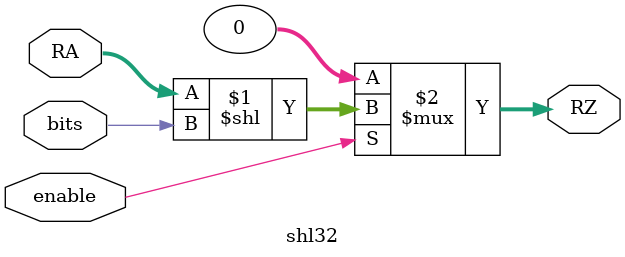
<source format=v>
module shl32 (
    input wire [31:0] RA,
    input wire bits,
    input wire enable,
    output wire [31:0] RZ
);
    assign RZ = enable ? (RA << bits) : 32'b0;
    
endmodule
</source>
